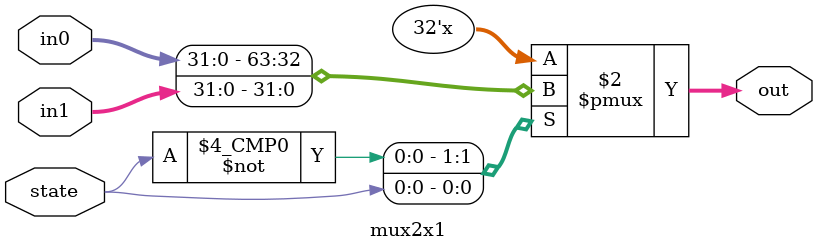
<source format=v>
module mux2x1(
    input state, 
    input[31:0] in0, 
    input[31:0] in1, 
    output reg[31:0] out);

    always@(*) begin
        case (state)
            1'b0: out = in0;
            1'b1: out = in1; 
        endcase
    end
endmodule
</source>
